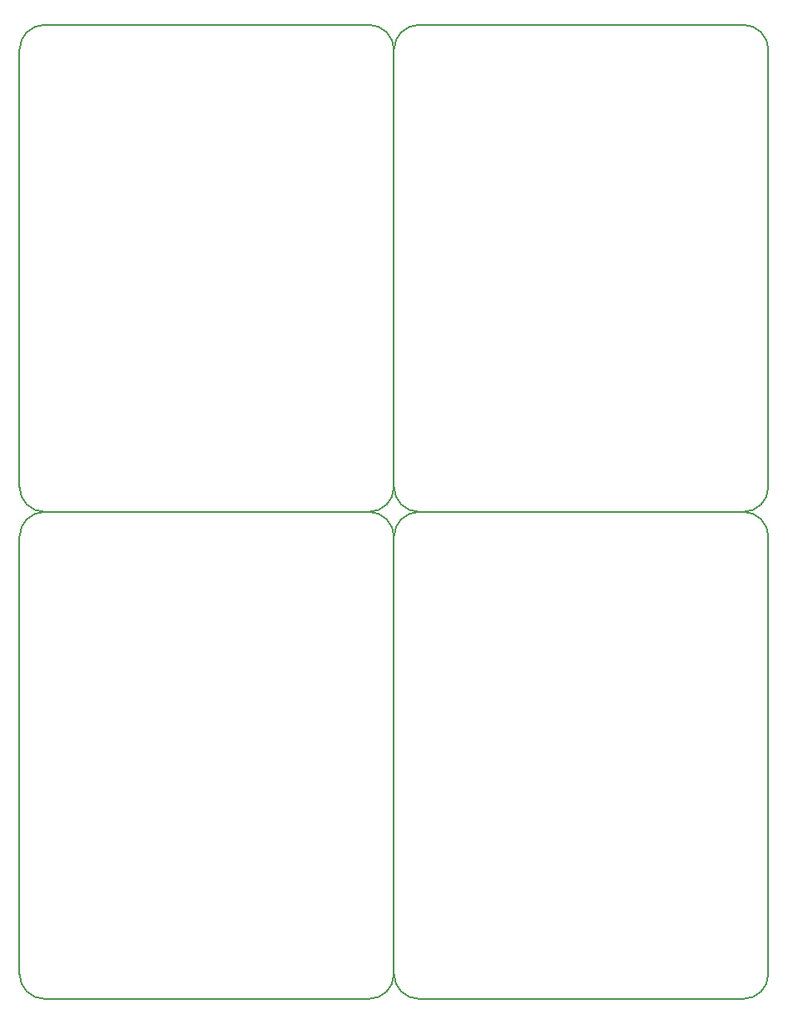
<source format=gm1>
G04 #@! TF.FileFunction,Profile,NP*
%FSLAX46Y46*%
G04 Gerber Fmt 4.6, Leading zero omitted, Abs format (unit mm)*
G04 Created by KiCad (PCBNEW 4.0.7) date 06/11/20 11:22:33*
%MOMM*%
%LPD*%
G01*
G04 APERTURE LIST*
%ADD10C,0.100000*%
%ADD11C,0.150000*%
G04 APERTURE END LIST*
D10*
D11*
X104140000Y-144780000D02*
G75*
G03X106680000Y-147320000I2540000J0D01*
G01*
X66040000Y-144780000D02*
G75*
G03X68580000Y-147320000I2540000J0D01*
G01*
X104140000Y-95250000D02*
G75*
G03X106680000Y-97790000I2540000J0D01*
G01*
X142240000Y-100330000D02*
G75*
G03X139700000Y-97790000I-2540000J0D01*
G01*
X104140000Y-100330000D02*
G75*
G03X101600000Y-97790000I-2540000J0D01*
G01*
X142240000Y-50800000D02*
G75*
G03X139700000Y-48260000I-2540000J0D01*
G01*
X106680000Y-97790000D02*
G75*
G03X104140000Y-100330000I0J-2540000D01*
G01*
X68580000Y-97790000D02*
G75*
G03X66040000Y-100330000I0J-2540000D01*
G01*
X106680000Y-48260000D02*
G75*
G03X104140000Y-50800000I0J-2540000D01*
G01*
X106680000Y-97790000D02*
X139700000Y-97790000D01*
X68580000Y-97790000D02*
X101600000Y-97790000D01*
X106680000Y-48260000D02*
X139700000Y-48260000D01*
X142240000Y-100330000D02*
X142240000Y-144780000D01*
X104140000Y-100330000D02*
X104140000Y-144780000D01*
X142240000Y-50800000D02*
X142240000Y-95250000D01*
X139700000Y-147320000D02*
X106680000Y-147320000D01*
X101600000Y-147320000D02*
X68580000Y-147320000D01*
X139700000Y-97790000D02*
X106680000Y-97790000D01*
X104140000Y-144780000D02*
X104140000Y-100330000D01*
X66040000Y-144780000D02*
X66040000Y-100330000D01*
X104140000Y-95250000D02*
X104140000Y-50800000D01*
X139700000Y-147320000D02*
G75*
G03X142240000Y-144780000I0J2540000D01*
G01*
X101600000Y-147320000D02*
G75*
G03X104140000Y-144780000I0J2540000D01*
G01*
X139700000Y-97790000D02*
G75*
G03X142240000Y-95250000I0J2540000D01*
G01*
X66040000Y-95250000D02*
X66040000Y-50800000D01*
X101600000Y-97790000D02*
X68580000Y-97790000D01*
X104140000Y-50800000D02*
X104140000Y-95250000D01*
X68580000Y-48260000D02*
X101600000Y-48260000D01*
X68580000Y-48260000D02*
G75*
G03X66040000Y-50800000I0J-2540000D01*
G01*
X104140000Y-50800000D02*
G75*
G03X101600000Y-48260000I-2540000J0D01*
G01*
X101600000Y-97790000D02*
G75*
G03X104140000Y-95250000I0J2540000D01*
G01*
X66040000Y-95250000D02*
G75*
G03X68580000Y-97790000I2540000J0D01*
G01*
M02*

</source>
